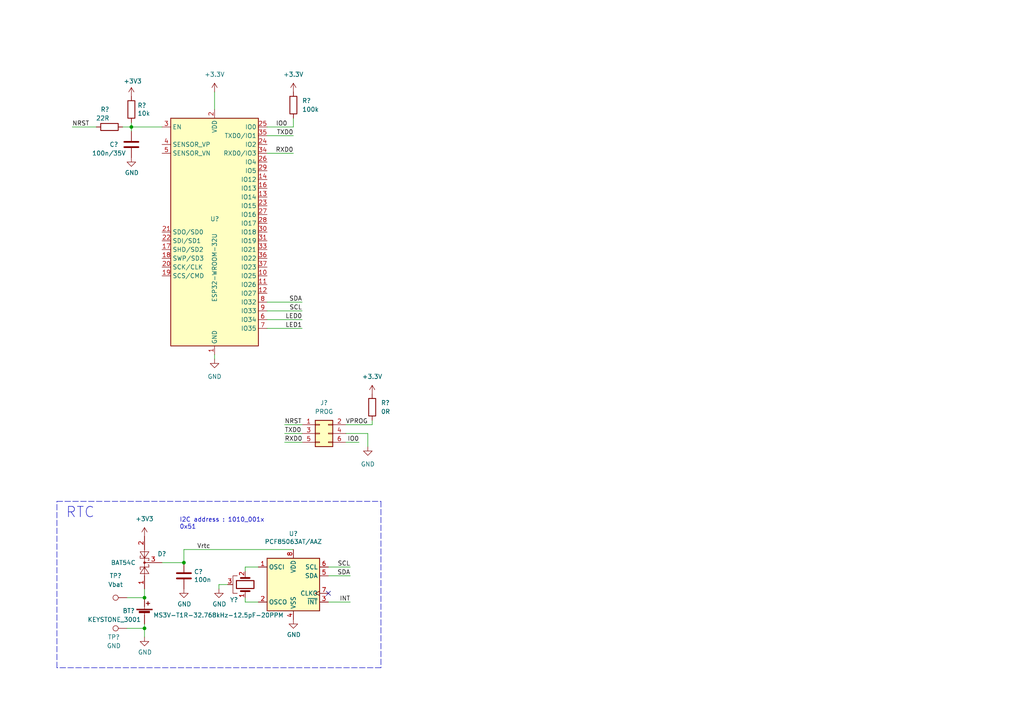
<source format=kicad_sch>
(kicad_sch (version 20211123) (generator eeschema)
  (paper "A4")
  (lib_symbols
    (symbol "Connector:TestPoint" (pin_numbers hide) (pin_names (offset 0.762) hide)
      (property "Reference" "TP" (at 0 6.858 0))
      (property "Value" "TestPoint" (at 0 5.08 0))
      (symbol "TestPoint_0_1"
        (circle (center 0 3.302) (radius 0.762))
      )
      (symbol "TestPoint_1_1"
        (pin passive line (at 0 0 90) (length 2.54) (name "1") (number "1"))
      )
    )
    (symbol "Connector_Generic:Conn_02x03_Odd_Even" (pin_names (offset 1.016) hide)
      (property "Reference" "J" (at 1.27 5.08 0))
      (property "Value" "Conn_02x03_Odd_Even" (at 1.27 -5.08 0))
      (symbol "Conn_02x03_Odd_Even_1_1"
        (rectangle (start -1.27 -2.413) (end 0 -2.667) (stroke (width 0.1524)))
        (rectangle (start -1.27 0.127) (end 0 -0.127) (stroke (width 0.1524)))
        (rectangle (start -1.27 2.667) (end 0 2.413) (stroke (width 0.1524)))
        (rectangle (start -1.27 3.81) (end 3.81 -3.81) (stroke (width 0.254)) (fill (type background)))
        (rectangle (start 3.81 -2.413) (end 2.54 -2.667) (stroke (width 0.1524)))
        (rectangle (start 3.81 0.127) (end 2.54 -0.127) (stroke (width 0.1524)))
        (rectangle (start 3.81 2.667) (end 2.54 2.413) (stroke (width 0.1524)))
        (pin passive line (at -5.08 2.54 0) (length 3.81) (name "Pin_1") (number "1"))
        (pin passive line (at 7.62 2.54 180) (length 3.81) (name "Pin_2") (number "2"))
        (pin passive line (at -5.08 0 0) (length 3.81) (name "Pin_3") (number "3"))
        (pin passive line (at 7.62 0 180) (length 3.81) (name "Pin_4") (number "4"))
        (pin passive line (at -5.08 -2.54 0) (length 3.81) (name "Pin_5") (number "5"))
        (pin passive line (at 7.62 -2.54 180) (length 3.81) (name "Pin_6") (number "6"))
      )
    )
    (symbol "Device:Battery_Cell" (pin_numbers hide) (pin_names (offset 0) hide)
      (property "Reference" "BT" (at 2.54 2.54 0))
      (property "Value" "Battery_Cell" (at 2.54 0 0))
      (symbol "Battery_Cell_0_1"
        (rectangle (start -2.286 1.778) (end 2.286 1.524) (fill (type outline)))
        (rectangle (start -1.5748 1.1938) (end 1.4732 0.6858) (fill (type outline)))
        (polyline (pts (xy 0 0.762) (xy 0 0)))
        (polyline (pts (xy 0 1.778) (xy 0 2.54)))
        (polyline (pts (xy 0.508 3.429) (xy 1.524 3.429)) (stroke (width 0.254)))
        (polyline (pts (xy 1.016 3.937) (xy 1.016 2.921)) (stroke (width 0.254)))
      )
      (symbol "Battery_Cell_1_1"
        (pin passive line (at 0 5.08 270) (length 2.54) (name "+") (number "1"))
        (pin passive line (at 0 -2.54 90) (length 2.54) (name "-") (number "2"))
      )
    )
    (symbol "Device:C" (pin_numbers hide) (pin_names (offset 0.254))
      (property "Reference" "C" (at 0.635 2.54 0))
      (property "Value" "C" (at 0.635 -2.54 0))
      (symbol "C_0_1"
        (polyline (pts (xy -2.032 -0.762) (xy 2.032 -0.762)) (stroke (width 0.508)))
        (polyline (pts (xy -2.032 0.762) (xy 2.032 0.762)) (stroke (width 0.508)))
      )
      (symbol "C_1_1"
        (pin passive line (at 0 3.81 270) (length 2.794) (name "~") (number "1"))
        (pin passive line (at 0 -3.81 90) (length 2.794) (name "~") (number "2"))
      )
    )
    (symbol "Device:Crystal_GND3" (pin_names (offset 1.016) hide)
      (property "Reference" "Y" (at 0 5.715 0))
      (property "Value" "Crystal_GND3" (at 0 3.81 0))
      (symbol "Crystal_GND3_0_1"
        (rectangle (start -1.143 2.54) (end 1.143 -2.54) (stroke (width 0.3048)))
        (polyline (pts (xy -2.54 0) (xy -1.905 0)))
        (polyline (pts (xy -1.905 -1.27) (xy -1.905 1.27)) (stroke (width 0.508)))
        (polyline (pts (xy 0 -3.81) (xy 0 -3.556)))
        (polyline (pts (xy 1.905 0) (xy 2.54 0)))
        (polyline (pts (xy 1.905 1.27) (xy 1.905 -1.27)) (stroke (width 0.508)))
        (polyline (pts (xy -2.54 -2.286) (xy -2.54 -3.556) (xy 2.54 -3.556) (xy 2.54 -2.286)))
      )
      (symbol "Crystal_GND3_1_1"
        (pin passive line (at -3.81 0 0) (length 1.27) (name "1") (number "1"))
        (pin passive line (at 3.81 0 180) (length 1.27) (name "2") (number "2"))
        (pin passive line (at 0 -5.08 90) (length 1.27) (name "3") (number "3"))
      )
    )
    (symbol "Device:R" (pin_numbers hide) (pin_names (offset 0))
      (property "Reference" "R" (at 2.032 0 90))
      (property "Value" "R" (at 0 0 90))
      (symbol "R_0_1"
        (rectangle (start -1.016 -2.54) (end 1.016 2.54) (stroke (width 0.254)))
      )
      (symbol "R_1_1"
        (pin passive line (at 0 3.81 270) (length 1.27) (name "~") (number "1"))
        (pin passive line (at 0 -3.81 90) (length 1.27) (name "~") (number "2"))
      )
    )
    (symbol "Diode:BAT54C" (pin_names (offset 1.016))
      (property "Reference" "D" (at 0.635 -3.81 0))
      (property "Value" "BAT54C" (at -6.35 3.175 0))
      (symbol "BAT54C_0_1"
        (polyline (pts (xy -1.905 0) (xy 1.905 0)))
        (polyline (pts (xy -1.905 1.27) (xy -1.905 1.016)))
        (polyline (pts (xy -1.27 -1.27) (xy -0.635 -1.27)))
        (polyline (pts (xy -1.27 0) (xy -3.81 0)))
        (polyline (pts (xy -1.27 1.27) (xy -1.905 1.27)))
        (polyline (pts (xy -1.27 1.27) (xy -1.27 -1.27)))
        (polyline (pts (xy -0.635 -1.27) (xy -0.635 -1.016)))
        (polyline (pts (xy 0.635 -1.27) (xy 0.635 -1.016)))
        (polyline (pts (xy 1.27 -1.27) (xy 0.635 -1.27)))
        (polyline (pts (xy 1.27 1.27) (xy 1.27 -1.27)))
        (polyline (pts (xy 1.27 1.27) (xy 1.905 1.27)))
        (polyline (pts (xy 1.905 1.27) (xy 1.905 1.016)))
        (polyline (pts (xy 3.81 0) (xy 1.27 0)))
        (polyline (pts (xy -3.175 -1.27) (xy -3.175 1.27) (xy -1.27 0) (xy -3.175 -1.27)))
        (polyline (pts (xy 3.175 -1.27) (xy 3.175 1.27) (xy 1.27 0) (xy 3.175 -1.27)))
        (circle (center 0 0) (radius 0.254) (fill (type outline)))
      )
      (symbol "BAT54C_1_1"
        (pin passive line (at -7.62 0 0) (length 3.81) (name "~") (number "1"))
        (pin passive line (at 7.62 0 180) (length 3.81) (name "~") (number "2"))
        (pin passive line (at 0 -5.08 90) (length 5.08) (name "~") (number "3"))
      )
    )
    (symbol "RF_Module:ESP32-WROOM-32U"
      (property "Reference" "U" (at -12.7 34.29 0))
      (property "Value" "ESP32-WROOM-32U" (at 1.27 34.29 0))
      (symbol "ESP32-WROOM-32U_0_1"
        (rectangle (start -12.7 33.02) (end 12.7 -33.02) (stroke (width 0.254)) (fill (type background)))
      )
      (symbol "ESP32-WROOM-32U_1_1"
        (pin power_in line (at 0 -35.56 90) (length 2.54) (name "GND") (number "1"))
        (pin bidirectional line (at 15.24 -12.7 180) (length 2.54) (name "IO25") (number "10"))
        (pin bidirectional line (at 15.24 -15.24 180) (length 2.54) (name "IO26") (number "11"))
        (pin bidirectional line (at 15.24 -17.78 180) (length 2.54) (name "IO27") (number "12"))
        (pin bidirectional line (at 15.24 10.16 180) (length 2.54) (name "IO14") (number "13"))
        (pin bidirectional line (at 15.24 15.24 180) (length 2.54) (name "IO12") (number "14"))
        (pin passive line (at 0 -35.56 90) (length 2.54) hide (name "GND") (number "15"))
        (pin bidirectional line (at 15.24 12.7 180) (length 2.54) (name "IO13") (number "16"))
        (pin bidirectional line (at -15.24 -5.08 0) (length 2.54) (name "SHD/SD2") (number "17"))
        (pin bidirectional line (at -15.24 -7.62 0) (length 2.54) (name "SWP/SD3") (number "18"))
        (pin bidirectional line (at -15.24 -12.7 0) (length 2.54) (name "SCS/CMD") (number "19"))
        (pin power_in line (at 0 35.56 270) (length 2.54) (name "VDD") (number "2"))
        (pin bidirectional line (at -15.24 -10.16 0) (length 2.54) (name "SCK/CLK") (number "20"))
        (pin bidirectional line (at -15.24 0 0) (length 2.54) (name "SDO/SD0") (number "21"))
        (pin bidirectional line (at -15.24 -2.54 0) (length 2.54) (name "SDI/SD1") (number "22"))
        (pin bidirectional line (at 15.24 7.62 180) (length 2.54) (name "IO15") (number "23"))
        (pin bidirectional line (at 15.24 25.4 180) (length 2.54) (name "IO2") (number "24"))
        (pin bidirectional line (at 15.24 30.48 180) (length 2.54) (name "IO0") (number "25"))
        (pin bidirectional line (at 15.24 20.32 180) (length 2.54) (name "IO4") (number "26"))
        (pin bidirectional line (at 15.24 5.08 180) (length 2.54) (name "IO16") (number "27"))
        (pin bidirectional line (at 15.24 2.54 180) (length 2.54) (name "IO17") (number "28"))
        (pin bidirectional line (at 15.24 17.78 180) (length 2.54) (name "IO5") (number "29"))
        (pin input line (at -15.24 30.48 0) (length 2.54) (name "EN") (number "3"))
        (pin bidirectional line (at 15.24 0 180) (length 2.54) (name "IO18") (number "30"))
        (pin bidirectional line (at 15.24 -2.54 180) (length 2.54) (name "IO19") (number "31"))
        (pin no_connect line (at -12.7 -27.94 0) (length 2.54) hide (name "NC") (number "32"))
        (pin bidirectional line (at 15.24 -5.08 180) (length 2.54) (name "IO21") (number "33"))
        (pin bidirectional line (at 15.24 22.86 180) (length 2.54) (name "RXD0/IO3") (number "34"))
        (pin bidirectional line (at 15.24 27.94 180) (length 2.54) (name "TXD0/IO1") (number "35"))
        (pin bidirectional line (at 15.24 -7.62 180) (length 2.54) (name "IO22") (number "36"))
        (pin bidirectional line (at 15.24 -10.16 180) (length 2.54) (name "IO23") (number "37"))
        (pin passive line (at 0 -35.56 90) (length 2.54) hide (name "GND") (number "38"))
        (pin passive line (at 0 -35.56 90) (length 2.54) hide (name "GND") (number "39"))
        (pin input line (at -15.24 25.4 0) (length 2.54) (name "SENSOR_VP") (number "4"))
        (pin input line (at -15.24 22.86 0) (length 2.54) (name "SENSOR_VN") (number "5"))
        (pin input line (at 15.24 -25.4 180) (length 2.54) (name "IO34") (number "6"))
        (pin input line (at 15.24 -27.94 180) (length 2.54) (name "IO35") (number "7"))
        (pin bidirectional line (at 15.24 -20.32 180) (length 2.54) (name "IO32") (number "8"))
        (pin bidirectional line (at 15.24 -22.86 180) (length 2.54) (name "IO33") (number "9"))
      )
    )
    (symbol "Timer_RTC:PCF8563T"
      (property "Reference" "U" (at -7.62 8.89 0))
      (property "Value" "PCF8563T" (at 2.54 8.89 0))
      (symbol "PCF8563T_0_1"
        (rectangle (start -7.62 7.62) (end 7.62 -7.62) (stroke (width 0.254)) (fill (type background)))
      )
      (symbol "PCF8563T_1_1"
        (pin input line (at -10.16 5.08 0) (length 2.54) (name "OSCI") (number "1"))
        (pin output line (at -10.16 -5.08 0) (length 2.54) (name "OSCO") (number "2"))
        (pin output line (at 10.16 -5.08 180) (length 2.54) (name "~{INT}") (number "3"))
        (pin power_in line (at 0 -10.16 90) (length 2.54) (name "VSS") (number "4"))
        (pin bidirectional line (at 10.16 2.54 180) (length 2.54) (name "SDA") (number "5"))
        (pin input line (at 10.16 5.08 180) (length 2.54) (name "SCL") (number "6"))
        (pin output clock (at 10.16 -2.54 180) (length 2.54) (name "CLKO") (number "7"))
        (pin power_in line (at 0 10.16 270) (length 2.54) (name "VDD") (number "8"))
      )
    )
    (symbol "power:+3.3V" (power) (pin_names (offset 0))
      (property "Value" "+3.3V" (at 0 3.556 0))
      (symbol "+3.3V_0_1"
        (polyline (pts (xy -0.762 1.27) (xy 0 2.54)))
        (polyline (pts (xy 0 0) (xy 0 2.54)))
        (polyline (pts (xy 0 2.54) (xy 0.762 1.27)))
      )
      (symbol "+3.3V_1_1"
        (pin power_in line (at 0 0 90) (length 0) hide (name "+3.3V") (number "1"))
      )
    )
    (symbol "power:+3V3" (power) (pin_names (offset 0))
      (property "Value" "+3V3" (at 0 3.556 0))
      (symbol "+3V3_0_1"
        (polyline (pts (xy -0.762 1.27) (xy 0 2.54)))
        (polyline (pts (xy 0 0) (xy 0 2.54)))
        (polyline (pts (xy 0 2.54) (xy 0.762 1.27)))
      )
      (symbol "+3V3_1_1"
        (pin power_in line (at 0 0 90) (length 0) hide (name "+3V3") (number "1"))
      )
    )
    (symbol "power:GND" (power) (pin_names (offset 0))
      (property "Value" "GND" (at 0 -3.81 0))
      (symbol "GND_0_1"
        (polyline (pts (xy 0 0) (xy 0 -1.27) (xy 1.27 -1.27) (xy 0 -2.54) (xy -1.27 -1.27) (xy 0 -1.27)))
      )
      (symbol "GND_1_1"
        (pin power_in line (at 0 0 270) (length 0) hide (name "GND") (number "1"))
      )
    )
  )
  (junction (at 41.91 173.355))
  (junction (at 53.34 163.195))
  (junction (at 41.91 182.245))
  (junction (at 38.1 36.83))
  (no_connect (at 95.25 172.085))
  (polyline (pts (xy 16.51 193.675) (xy 16.51 145.415)))
  (polyline (pts (xy 110.49 145.415) (xy 110.49 193.675)))
  (wire (pts (xy 100.33 123.19) (xy 107.95 123.19)))
  (wire (pts (xy 63.5 170.815) (xy 63.5 169.545)))
  (wire (pts (xy 36.83 182.245) (xy 41.91 182.245)))
  (wire (pts (xy 62.23 104.14) (xy 62.23 102.87)))
  (wire (pts (xy 77.47 87.63) (xy 87.63 87.63)))
  (wire (pts (xy 36.83 173.355) (xy 41.91 173.355)))
  (wire (pts (xy 85.09 36.83) (xy 77.47 36.83)))
  (wire (pts (xy 20.955 36.83) (xy 27.94 36.83)))
  (polyline (pts (xy 16.51 145.415) (xy 110.49 145.415)))
  (wire (pts (xy 63.5 169.545) (xy 66.04 169.545)))
  (wire (pts (xy 77.47 95.25) (xy 87.63 95.25)))
  (wire (pts (xy 100.33 128.27) (xy 104.14 128.27)))
  (wire (pts (xy 38.1 36.83) (xy 38.1 35.56)))
  (wire (pts (xy 77.47 92.71) (xy 87.63 92.71)))
  (wire (pts (xy 77.47 90.17) (xy 87.63 90.17)))
  (wire (pts (xy 71.12 173.355) (xy 71.12 174.625)))
  (wire (pts (xy 41.91 182.245) (xy 41.91 180.975)))
  (wire (pts (xy 71.12 164.465) (xy 71.12 165.735)))
  (wire (pts (xy 41.91 184.785) (xy 41.91 182.245)))
  (wire (pts (xy 82.55 125.73) (xy 87.63 125.73)))
  (wire (pts (xy 85.09 39.37) (xy 77.47 39.37)))
  (wire (pts (xy 53.34 163.195) (xy 53.34 159.385)))
  (wire (pts (xy 38.1 38.1) (xy 38.1 36.83)))
  (wire (pts (xy 46.99 163.195) (xy 53.34 163.195)))
  (wire (pts (xy 35.56 36.83) (xy 38.1 36.83)))
  (wire (pts (xy 85.09 34.29) (xy 85.09 36.83)))
  (wire (pts (xy 101.6 167.005) (xy 95.25 167.005)))
  (wire (pts (xy 82.55 128.27) (xy 87.63 128.27)))
  (polyline (pts (xy 110.49 193.675) (xy 16.51 193.675)))
  (wire (pts (xy 100.33 125.73) (xy 106.68 125.73)))
  (wire (pts (xy 74.93 174.625) (xy 71.12 174.625)))
  (wire (pts (xy 106.68 125.73) (xy 106.68 129.54)))
  (wire (pts (xy 82.55 123.19) (xy 87.63 123.19)))
  (wire (pts (xy 62.23 26.67) (xy 62.23 31.75)))
  (wire (pts (xy 74.93 164.465) (xy 71.12 164.465)))
  (wire (pts (xy 53.34 159.385) (xy 85.09 159.385)))
  (wire (pts (xy 85.09 44.45) (xy 77.47 44.45)))
  (wire (pts (xy 38.1 36.83) (xy 46.99 36.83)))
  (wire (pts (xy 41.91 173.355) (xy 41.91 170.815)))
  (wire (pts (xy 107.95 121.92) (xy 107.95 123.19)))
  (wire (pts (xy 101.6 164.465) (xy 95.25 164.465)))
  (wire (pts (xy 101.6 174.625) (xy 95.25 174.625)))
  (text "RTC" (at 19.05 150.495 0) (effects (font (size 3 3)) (justify left bottom)))
  (text "I2C address : 1010_001x \n0x51" (at 52.07 153.67 0) (effects (font (size 1.27 1.27)) (justify left bottom)))
  (label "NRST" (at 20.955 36.83 0))
  (label "SDA" (at 101.6 167.005 180))
  (label "IO0" (at 80.01 36.83 0))
  (label "TXD0" (at 82.55 125.73 0))
  (label "LED1" (at 87.63 95.25 180))
  (label "SCL" (at 87.63 90.17 180))
  (label "INT" (at 101.6 174.625 180))
  (label "VPROG" (at 106.68 123.19 180))
  (label "SCL" (at 101.6 164.465 180))
  (label "NRST" (at 82.55 123.19 0))
  (label "SDA" (at 87.63 87.63 180))
  (label "Vrtc" (at 57.15 159.385 0))
  (label "RXD0" (at 85.09 44.45 180))
  (label "LED0" (at 87.63 92.71 180))
  (label "TXD0" (at 85.09 39.37 180))
  (label "RXD0" (at 82.55 128.27 0))
  (label "IO0" (at 104.14 128.27 180))
  (symbol (lib_id "Device:Battery_Cell") (at 41.91 178.435 0) (unit 1)
    (property "Reference" "BT?" (at 35.56 177.165 0) (effects (justify left)))
    (property "Value" "KEYSTONE_3001" (at 25.4 179.705 0) (effects (justify left)))
    (property "Footprint" "Battery:BatteryHolder_Keystone_3001_1x12mm" (effects hide))
  )
  (symbol (lib_id "Device:R") (at 107.95 118.11 0) (unit 1)
    (property "Reference" "R?" (at 110.49 116.8399 0) (effects (justify left)))
    (property "Value" "0R" (at 110.49 119.3799 0) (effects (justify left)))
  )
  (symbol (lib_id "RF_Module:ESP32-WROOM-32U") (at 62.23 67.31 0) (unit 1)
    (property "Reference" "U?" (at 60.96 63.5 0) (effects (justify left)))
    (property "Value" "ESP32-WROOM-32U" (at 62.23 87.63 90) (effects (justify left)))
    (property "Footprint" "RF_Module:ESP32-WROOM-32U" (effects hide))
    (property "Datasheet" "https://www.espressif.com/sites/default/files/documentation/esp32-wroom-32d_esp32-wroom-32u_datasheet_en.pdf" (effects hide))
  )
  (symbol (lib_id "Connector_Generic:Conn_02x03_Odd_Even") (at 92.71 125.73 0) (unit 1)
    (property "Reference" "J?" (at 93.98 116.84 0))
    (property "Value" "PROG" (at 93.98 119.38 0))
  )
  (symbol (lib_id "Diode:BAT54C") (at 41.91 163.195 90) (unit 1)
    (property "Reference" "D?" (at 48.26 160.655 90) (effects (justify left)))
    (property "Value" "BAT54C" (at 39.37 163.195 90) (effects (justify left)))
    (property "Footprint" "Package_TO_SOT_SMD:SOT-23" (effects hide))
    (property "Datasheet" "http://www.diodes.com/_files/datasheets/ds11005.pdf" (effects hide))
  )
  (symbol (lib_id "Device:C") (at 53.34 167.005 0) (unit 1)
    (property "Reference" "C?" (at 56.261 165.8366 0) (effects (justify left)))
    (property "Value" "100n" (at 56.261 168.148 0) (effects (justify left)))
    (property "Footprint" "Capacitor_SMD:C_0603_1608Metric_Pad1.08x0.95mm_HandSolder" (effects hide))
  )
  (symbol (lib_id "power:GND") (at 63.5 170.815 0) (unit 1)
    (property "Reference" "#PWR?" (effects hide))
    (property "Value" "GND" (at 63.627 175.2092 0))
  )
  (symbol (lib_id "Connector:TestPoint") (at 36.83 173.355 90) (unit 1)
    (property "Reference" "TP?" (at 33.528 167.005 90))
    (property "Value" "Vbat" (at 33.528 169.545 90))
    (property "Footprint" "TestPoint:TestPoint_THTPad_D1.5mm_Drill0.7mm" (effects hide))
  )
  (symbol (lib_id "Device:C") (at 38.1 41.91 0) (unit 1)
    (property "Reference" "C?" (at 31.75 41.91 0) (effects (justify left)))
    (property "Value" "100n/35V" (at 26.67 44.45 0) (effects (justify left)))
    (property "Footprint" "Capacitor_SMD:C_0402_1005Metric" (effects hide))
  )
  (symbol (lib_id "power:GND") (at 38.1 45.72 0) (unit 1)
    (property "Reference" "#PWR?" (effects hide))
    (property "Value" "GND" (at 38.227 50.1142 0))
  )
  (symbol (lib_id "power:+3V3") (at 38.1 27.94 0) (unit 1)
    (property "Reference" "#PWR?" (effects hide))
    (property "Value" "+3V3" (at 38.481 23.5458 0))
  )
  (symbol (lib_id "power:GND") (at 53.34 170.815 0) (unit 1)
    (property "Reference" "#PWR?" (effects hide))
    (property "Value" "GND" (at 53.467 175.2092 0))
  )
  (symbol (lib_id "power:GND") (at 41.91 184.785 0) (unit 1)
    (property "Reference" "#PWR?" (effects hide))
    (property "Value" "GND" (at 42.037 189.1792 0))
  )
  (symbol (lib_id "power:GND") (at 106.68 129.54 0) (unit 1)
    (property "Reference" "#PWR?" (effects hide))
    (property "Value" "GND" (at 106.68 134.62 0))
  )
  (symbol (lib_id "power:GND") (at 62.23 104.14 0) (unit 1)
    (property "Reference" "#PWR?" (effects hide))
    (property "Value" "GND" (at 62.23 109.22 0))
  )
  (symbol (lib_id "power:+3.3V") (at 107.95 114.3 0) (unit 1)
    (property "Reference" "#PWR?" (effects hide))
    (property "Value" "+3.3V" (at 107.95 109.22 0))
  )
  (symbol (lib_id "Device:R") (at 85.09 30.48 0) (unit 1)
    (property "Reference" "R?" (at 87.63 29.2099 0) (effects (justify left)))
    (property "Value" "100k" (at 87.63 31.7499 0) (effects (justify left)))
  )
  (symbol (lib_id "power:+3.3V") (at 85.09 26.67 0) (unit 1)
    (property "Reference" "#PWR?" (effects hide))
    (property "Value" "+3.3V" (at 85.09 21.59 0))
  )
  (symbol (lib_id "power:+3V3") (at 41.91 155.575 0) (unit 1)
    (property "Reference" "#PWR?" (effects hide))
    (property "Value" "+3V3" (at 41.91 150.495 0))
  )
  (symbol (lib_id "Timer_RTC:PCF8563T") (at 85.09 169.545 0) (unit 1)
    (property "Reference" "U?" (at 85.09 154.7876 0))
    (property "Value" "PCF85063AT/AAZ" (at 85.09 157.099 0))
    (property "Footprint" "Package_SO:SOIC-8_3.9x4.9mm_P1.27mm" (effects hide))
    (property "Datasheet" "https://assets.nexperia.com/documents/data-sheet/PCF8563.pdf" (effects hide))
  )
  (symbol (lib_id "power:GND") (at 85.09 179.705 0) (unit 1)
    (property "Reference" "#PWR?" (effects hide))
    (property "Value" "GND" (at 85.217 184.0992 0))
  )
  (symbol (lib_id "Connector:TestPoint") (at 36.83 182.245 90) (unit 1)
    (property "Reference" "TP?" (at 33.02 184.785 90))
    (property "Value" "GND" (at 33.02 187.325 90))
    (property "Footprint" "TestPoint:TestPoint_THTPad_D1.5mm_Drill0.7mm" (effects hide))
  )
  (symbol (lib_id "power:+3.3V") (at 62.23 26.67 0) (unit 1)
    (property "Reference" "#PWR?" (effects hide))
    (property "Value" "+3.3V" (at 62.23 21.59 0))
  )
  (symbol (lib_id "Device:Crystal_GND3") (at 71.12 169.545 270) (mirror x) (unit 1)
    (property "Reference" "Y?" (at 66.675 173.99 90) (effects (justify left)))
    (property "Value" "MS3V-T1R-32.768kHz-12.5pF-20PPM" (at 44.45 178.435 90) (effects (justify left)))
    (property "Footprint" "Crystal:Crystal_SMD_MicroCrystal_MS3V-T1R" (effects hide))
  )
  (symbol (lib_id "Device:R") (at 38.1 31.75 0) (unit 1)
    (property "Reference" "R?" (at 39.878 30.5816 0) (effects (justify left)))
    (property "Value" "10k" (at 39.878 32.893 0) (effects (justify left)))
    (property "Footprint" "Resistor_SMD:R_0402_1005Metric" (effects hide))
  )
  (symbol (lib_id "Device:R") (at 31.75 36.83 90) (unit 1)
    (property "Reference" "R?" (at 31.75 31.75 90) (effects (justify left)))
    (property "Value" "22R" (at 31.75 34.29 90) (effects (justify left)))
    (property "Footprint" "Resistor_SMD:R_0402_1005Metric" (effects hide))
  )
)
</source>
